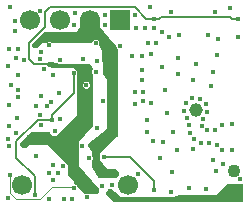
<source format=gbr>
%TF.GenerationSoftware,KiCad,Pcbnew,9.0.6-rc1*%
%TF.CreationDate,2025-12-13T16:16:27+01:00*%
%TF.ProjectId,hardware_V8,68617264-7761-4726-955f-56382e6b6963,rev?*%
%TF.SameCoordinates,Original*%
%TF.FileFunction,Copper,L4,Inr*%
%TF.FilePolarity,Positive*%
%FSLAX46Y46*%
G04 Gerber Fmt 4.6, Leading zero omitted, Abs format (unit mm)*
G04 Created by KiCad (PCBNEW 9.0.6-rc1) date 2025-12-13 16:16:27*
%MOMM*%
%LPD*%
G01*
G04 APERTURE LIST*
%TA.AperFunction,ComponentPad*%
%ADD10C,1.150000*%
%TD*%
%TA.AperFunction,ComponentPad*%
%ADD11C,1.100000*%
%TD*%
%TA.AperFunction,ComponentPad*%
%ADD12R,1.700000X1.700000*%
%TD*%
%TA.AperFunction,ComponentPad*%
%ADD13C,1.700000*%
%TD*%
%TA.AperFunction,ViaPad*%
%ADD14C,0.400000*%
%TD*%
%TA.AperFunction,Conductor*%
%ADD15C,0.200000*%
%TD*%
%TA.AperFunction,Conductor*%
%ADD16C,0.120000*%
%TD*%
G04 APERTURE END LIST*
D10*
%TO.N,Net-(IC4-RF_IN)*%
%TO.C,U3*%
X110200000Y-100600000D03*
%TD*%
D11*
%TO.N,GND*%
%TO.C,TP1*%
X113450000Y-105800000D03*
%TD*%
%TO.N,BAT+*%
%TO.C,TP2*%
X113450000Y-107450000D03*
%TD*%
D12*
%TO.N,GND*%
%TO.C,U4*%
X103810000Y-93000000D03*
D13*
%TO.N,3.3V_AUX*%
X101270000Y-93000000D03*
%TO.N,/OLED_SCL*%
X98730000Y-93000000D03*
%TO.N,/OLED_SDA*%
X96190000Y-93000000D03*
%TO.N,GND*%
X104500000Y-107000000D03*
X95500000Y-107000000D03*
%TD*%
D14*
%TO.N,GND*%
X109650000Y-101900000D03*
X110750000Y-102000000D03*
X109516343Y-101329803D03*
X109207180Y-100719615D03*
X109362568Y-100053458D03*
X109909801Y-99643034D03*
X110592820Y-99680385D03*
X111092035Y-100148034D03*
X111173857Y-100827163D03*
X110800000Y-101400000D03*
X110200000Y-96750000D03*
X111700000Y-97400000D03*
X111550000Y-98550000D03*
X110000000Y-98050000D03*
X108750000Y-97600000D03*
X108700000Y-96250000D03*
X107400000Y-97000000D03*
X107600000Y-98900000D03*
X107750000Y-100900000D03*
X108300000Y-102500000D03*
X109950000Y-103950000D03*
X108600000Y-104050000D03*
X107450000Y-103350000D03*
X106450000Y-100000000D03*
X106450000Y-95900000D03*
X112000000Y-96000000D03*
X112400000Y-104000000D03*
X112000000Y-103550000D03*
X111350000Y-103450000D03*
X110650000Y-103400000D03*
X110100000Y-103050000D03*
X109750000Y-102550000D03*
X112400000Y-101850000D03*
X111850000Y-102350000D03*
X111200000Y-102350000D03*
X112500000Y-105200000D03*
X114000000Y-106500000D03*
X94350000Y-108100000D03*
X111700000Y-104850000D03*
X111950000Y-105750000D03*
X108200000Y-105900000D03*
X101750000Y-94950000D03*
X94400000Y-103700000D03*
X94350000Y-103050000D03*
X95000000Y-102600000D03*
X101207500Y-104700000D03*
X95150000Y-95450000D03*
X94400000Y-95450000D03*
X99780000Y-108120000D03*
X105110000Y-100150000D03*
X105090000Y-99140000D03*
X106570000Y-103210000D03*
X105720000Y-99860000D03*
X105650000Y-98060000D03*
X105660000Y-97200000D03*
X103827500Y-95237500D03*
X105890000Y-93670000D03*
X105070000Y-92610000D03*
X107320000Y-94040000D03*
X106820000Y-94980000D03*
X108775000Y-94250000D03*
X111225000Y-94250000D03*
X112100000Y-94580000D03*
X113820000Y-94450000D03*
X113110000Y-91980000D03*
X111850000Y-92300000D03*
X108150000Y-92300000D03*
X106350000Y-91920000D03*
X94460000Y-91920000D03*
X97060000Y-92200000D03*
X99940000Y-93440000D03*
X99970000Y-92450000D03*
X102500000Y-93420000D03*
X102510000Y-92540000D03*
X98100000Y-106515000D03*
X98560000Y-105950000D03*
X97800000Y-105970000D03*
X103120000Y-107010000D03*
X100620000Y-103630000D03*
X94360000Y-96920000D03*
X95030000Y-96250000D03*
X94880000Y-93900000D03*
X94880000Y-93120000D03*
%TO.N,Net-(IC5-~{CHRG})*%
X94450000Y-106100000D03*
%TO.N,/GPS_TX*%
X105170000Y-93710000D03*
%TO.N,/GPS_RX*%
X106140000Y-94930000D03*
%TO.N,Net-(IC4-RXD)*%
X105630000Y-96070000D03*
%TO.N,Net-(IC4-TXD)*%
X104830000Y-96050000D03*
%TO.N,+3.3V*%
X106710000Y-107400000D03*
%TO.N,/GPIO_SUP*%
X95670000Y-96360000D03*
%TO.N,GND*%
X97390000Y-97140000D03*
%TO.N,vusb*%
X99890000Y-97480000D03*
%TO.N,+3.3V*%
X106700000Y-92900000D03*
%TO.N,Net-(J3-CC1)*%
X96700000Y-104492500D03*
%TO.N,GND*%
X98100000Y-105307500D03*
X99000000Y-105380000D03*
%TO.N,/B_PW*%
X98320000Y-102370000D03*
%TO.N,GND*%
X113327500Y-104037500D03*
X113327500Y-101837500D03*
%TO.N,3.3V_AUX*%
X103440000Y-106040000D03*
%TO.N,+3.3V*%
X102450000Y-104570000D03*
%TO.N,3.3V_AUX*%
X102160000Y-103590000D03*
X101480000Y-103600000D03*
%TO.N,Net-(U2-EN)*%
X105340000Y-106060000D03*
X102270000Y-107090000D03*
%TO.N,/SWCLK*%
X94600000Y-98500000D03*
%TO.N,/SWDIO*%
X95200000Y-97700000D03*
%TO.N,/SPI_CLK*%
X106090000Y-102450000D03*
%TO.N,/SPI_MOSI*%
X106100000Y-101450000D03*
%TO.N,/OLED_SCL*%
X97120000Y-95730000D03*
%TO.N,/OLED_SDA*%
X97050000Y-96310000D03*
%TO.N,3.3V_AUX*%
X96600000Y-95090000D03*
%TO.N,BAT+*%
X103450000Y-108160000D03*
X103000000Y-107680000D03*
%TO.N,+3.3V*%
X100310000Y-106780000D03*
X100030000Y-106050000D03*
X101750000Y-107420000D03*
%TO.N,/GPS_EXTINT*%
X105710000Y-99140000D03*
%TO.N,GND*%
X97117500Y-101870000D03*
X97117500Y-99430000D03*
X102340000Y-99892500D03*
X100960000Y-98510000D03*
%TO.N,+3.3V*%
X100620000Y-97870000D03*
X100680000Y-97290000D03*
%TO.N,/USB_DETECT*%
X100680000Y-96320000D03*
%TO.N,/GPS_EXTINT*%
X98730000Y-96370000D03*
%TO.N,vusb*%
X98010000Y-101430000D03*
%TO.N,Net-(J3-CC2)*%
X97810000Y-95150000D03*
%TO.N,Net-(U1-PH3)*%
X107950000Y-94420000D03*
%TO.N,+3.3V*%
X113825000Y-92900000D03*
%TO.N,/B1*%
X106700000Y-93715000D03*
%TO.N,/B_PW*%
X107220000Y-104720000D03*
%TO.N,GND*%
X108150000Y-107550000D03*
X111100000Y-107350000D03*
%TO.N,/ADC_BAT*%
X109660000Y-107210000D03*
%TO.N,/D+*%
X98630000Y-99170000D03*
%TO.N,/USB_DETECT*%
X96675000Y-100265000D03*
%TO.N,/ADC_BAT*%
X97980000Y-99940000D03*
%TO.N,/SPI_MOSI*%
X97590000Y-100310000D03*
%TO.N,/SPI_MISO*%
X97060000Y-101040000D03*
%TO.N,/SPI_CLK*%
X98745000Y-101415000D03*
%TO.N,/D-*%
X98090000Y-97620000D03*
%TO.N,/SPI_MISO*%
X101830000Y-96450000D03*
%TO.N,/SPI_CS*%
X101740000Y-97390000D03*
%TO.N,/AUX_EN*%
X101815000Y-102175000D03*
X101015000Y-108000000D03*
%TO.N,Net-(IC5-~{CHRG})*%
X99940000Y-107230000D03*
%TO.N,vusb*%
X96600000Y-107790000D03*
%TO.N,Net-(LEDBLUE1-A)*%
X97820000Y-108120000D03*
%TO.N,Net-(LEDGREEN1-A)*%
X99100000Y-108130000D03*
%TO.N,+3.3V*%
X95710000Y-103410000D03*
X96140000Y-102930000D03*
%TO.N,Net-(U1-PH3)*%
X95070000Y-101320000D03*
%TO.N,Net-(LEDBLUE1-A)*%
X94400000Y-102007500D03*
%TO.N,Net-(LEDGREEN1-A)*%
X94400000Y-100207500D03*
%TO.N,/GPIO_SUP*%
X95150000Y-99550000D03*
%TO.N,/B1*%
X95170000Y-98970000D03*
%TO.N,3.3V_AUX*%
X102720000Y-106040000D03*
%TD*%
D15*
%TO.N,+3.3V*%
X107270000Y-92720000D02*
X107090000Y-92900000D01*
X107090000Y-92900000D02*
X106700000Y-92900000D01*
X113090000Y-92720000D02*
X107270000Y-92720000D01*
X113270000Y-92900000D02*
X113090000Y-92720000D01*
X113725000Y-92900000D02*
X113270000Y-92900000D01*
X113775000Y-92950000D02*
X113725000Y-92900000D01*
%TO.N,vusb*%
X96850000Y-101450000D02*
X95020000Y-103280000D01*
X95020000Y-103280000D02*
X95020000Y-104670000D01*
X95020000Y-104670000D02*
X96600000Y-106250000D01*
X97700000Y-101450000D02*
X96850000Y-101450000D01*
X96600000Y-106250000D02*
X96600000Y-107790000D01*
X97720000Y-101430000D02*
X97700000Y-101450000D01*
X98010000Y-101430000D02*
X97720000Y-101430000D01*
%TO.N,+3.3V*%
X106710000Y-106610000D02*
X106710000Y-107400000D01*
X102450000Y-104570000D02*
X104670000Y-104570000D01*
X104670000Y-104570000D02*
X106710000Y-106610000D01*
%TO.N,vusb*%
X98010000Y-101030000D02*
X98010000Y-101430000D01*
X99890000Y-99150000D02*
X98010000Y-101030000D01*
X99890000Y-97480000D02*
X99890000Y-99150000D01*
%TO.N,+3.3V*%
X98310000Y-96860000D02*
X100250000Y-96860000D01*
X98180000Y-96730000D02*
X98310000Y-96860000D01*
X100250000Y-96860000D02*
X100680000Y-97290000D01*
X96530000Y-96730000D02*
X98180000Y-96730000D01*
X96110000Y-94950000D02*
X96110000Y-96310000D01*
X96110000Y-96310000D02*
X96530000Y-96730000D01*
X97880000Y-91920000D02*
X97460000Y-92340000D01*
X105040000Y-91920000D02*
X97880000Y-91920000D01*
X97460000Y-93600000D02*
X96110000Y-94950000D01*
X97460000Y-92340000D02*
X97460000Y-93600000D01*
X106020000Y-92900000D02*
X105040000Y-91920000D01*
X106700000Y-92900000D02*
X106020000Y-92900000D01*
D16*
%TO.N,Net-(IC5-~{CHRG})*%
X99890000Y-107180000D02*
X99940000Y-107230000D01*
X98010000Y-107180000D02*
X99890000Y-107180000D01*
X97030000Y-108160000D02*
X98010000Y-107180000D01*
X94970000Y-108160000D02*
X97030000Y-108160000D01*
X94450000Y-107640000D02*
X94970000Y-108160000D01*
X94450000Y-106100000D02*
X94450000Y-107640000D01*
D15*
%TO.N,+3.3V*%
X100680000Y-97810000D02*
X100620000Y-97870000D01*
X95710000Y-103410000D02*
X95710000Y-103360000D01*
%TO.N,3.3V_AUX*%
X101490000Y-103590000D02*
X101480000Y-103600000D01*
X102720000Y-106040000D02*
X102660000Y-106040000D01*
%TD*%
%TA.AperFunction,Conductor*%
%TO.N,3.3V_AUX*%
G36*
X102043039Y-92919685D02*
G01*
X102088794Y-92972489D01*
X102100000Y-93024000D01*
X102100000Y-93600001D01*
X102889528Y-94516872D01*
X103500778Y-95226710D01*
X103526589Y-95275526D01*
X103527000Y-95277059D01*
X103527000Y-95277062D01*
X103542394Y-95334511D01*
X103547480Y-95353491D01*
X103547482Y-95353495D01*
X103587035Y-95422004D01*
X103587041Y-95422012D01*
X103612775Y-95447746D01*
X103646260Y-95509069D01*
X103649091Y-95536254D01*
X103600347Y-102847846D01*
X103580216Y-102914752D01*
X103562480Y-102936225D01*
X102150000Y-104299999D01*
X102150000Y-104300000D01*
X102150000Y-104528572D01*
X102149500Y-104530438D01*
X102149500Y-104609562D01*
X102150000Y-104611427D01*
X102150000Y-104850000D01*
X102700000Y-105650000D01*
X103448638Y-105650000D01*
X103478078Y-105658644D01*
X103508065Y-105665168D01*
X103513080Y-105668922D01*
X103515677Y-105669685D01*
X103536319Y-105686319D01*
X103663681Y-105813681D01*
X103697166Y-105875004D01*
X103700000Y-105901362D01*
X103700000Y-106098638D01*
X103680315Y-106165677D01*
X103663681Y-106186319D01*
X103486319Y-106363681D01*
X103424996Y-106397166D01*
X103398638Y-106400000D01*
X102073318Y-106400000D01*
X102006279Y-106380315D01*
X101964667Y-106335758D01*
X101465349Y-105427907D01*
X101450000Y-105368149D01*
X101450000Y-104914202D01*
X101466613Y-104852202D01*
X101487521Y-104815989D01*
X101508000Y-104739562D01*
X101508000Y-104660438D01*
X101487521Y-104584011D01*
X101466613Y-104547797D01*
X101450000Y-104485797D01*
X101450000Y-104199999D01*
X101111257Y-103691886D01*
X101090449Y-103625187D01*
X101109004Y-103557826D01*
X101134204Y-103528553D01*
X102700000Y-102200000D01*
X102700000Y-98100000D01*
X102700000Y-98099999D01*
X102367548Y-97577576D01*
X102348326Y-97517357D01*
X102250000Y-95600000D01*
X102050489Y-95081272D01*
X102044797Y-95011640D01*
X102046437Y-95004723D01*
X102050500Y-94989562D01*
X102050500Y-94910438D01*
X102030021Y-94834011D01*
X102030017Y-94834004D01*
X101990464Y-94765495D01*
X101990458Y-94765487D01*
X101934512Y-94709541D01*
X101934504Y-94709535D01*
X101865995Y-94669982D01*
X101865990Y-94669979D01*
X101840513Y-94663152D01*
X101789562Y-94649500D01*
X101710438Y-94649500D01*
X101672224Y-94659739D01*
X101634009Y-94669979D01*
X101634004Y-94669982D01*
X101565495Y-94709535D01*
X101565487Y-94709541D01*
X101509541Y-94765487D01*
X101509535Y-94765495D01*
X101469982Y-94834004D01*
X101469978Y-94834013D01*
X101463525Y-94858096D01*
X101427159Y-94917755D01*
X101364312Y-94948283D01*
X101343751Y-94950000D01*
X98086333Y-94950000D01*
X98019294Y-94930315D01*
X97998652Y-94913681D01*
X97994512Y-94909541D01*
X97994504Y-94909535D01*
X97925995Y-94869982D01*
X97925990Y-94869979D01*
X97900513Y-94863152D01*
X97849562Y-94849500D01*
X97770438Y-94849500D01*
X97738358Y-94858096D01*
X97694009Y-94869979D01*
X97694004Y-94869982D01*
X97625495Y-94909535D01*
X97625487Y-94909541D01*
X97621348Y-94913681D01*
X97560025Y-94947166D01*
X97533667Y-94950000D01*
X97199999Y-94950000D01*
X96786319Y-95363681D01*
X96759391Y-95378384D01*
X96733573Y-95394977D01*
X96727372Y-95395868D01*
X96724996Y-95397166D01*
X96698638Y-95400000D01*
X96601362Y-95400000D01*
X96534323Y-95380315D01*
X96513681Y-95363681D01*
X96386319Y-95236319D01*
X96352834Y-95174996D01*
X96350000Y-95148638D01*
X96350000Y-95104693D01*
X96369685Y-95037654D01*
X96390391Y-95013121D01*
X96462628Y-94947166D01*
X97464484Y-94032428D01*
X97527264Y-94001762D01*
X97548093Y-94000000D01*
X100199999Y-94000000D01*
X100200000Y-94000000D01*
X100400000Y-93600000D01*
X100400000Y-93024000D01*
X100419685Y-92956961D01*
X100472489Y-92911206D01*
X100524000Y-92900000D01*
X101976000Y-92900000D01*
X102043039Y-92919685D01*
G37*
%TD.AperFunction*%
%TD*%
%TA.AperFunction,Conductor*%
%TO.N,BAT+*%
G36*
X114192539Y-106869685D02*
G01*
X114238294Y-106922489D01*
X114249500Y-106974000D01*
X114249500Y-108275500D01*
X114229815Y-108342539D01*
X114177011Y-108388294D01*
X114125500Y-108399500D01*
X103370332Y-108399500D01*
X103303293Y-108379815D01*
X103292147Y-108371745D01*
X102695805Y-107887216D01*
X102694650Y-107885539D01*
X102692797Y-107884693D01*
X102674930Y-107856892D01*
X102656189Y-107829666D01*
X102655776Y-107827087D01*
X102655023Y-107825915D01*
X102650000Y-107790980D01*
X102650000Y-107551362D01*
X102669685Y-107484323D01*
X102686319Y-107463681D01*
X102763681Y-107386319D01*
X102825004Y-107352834D01*
X102851362Y-107350000D01*
X103151517Y-107350000D01*
X103218556Y-107369685D01*
X103235624Y-107382884D01*
X103418142Y-107551362D01*
X103850000Y-107950000D01*
X104403870Y-107950000D01*
X104406384Y-107950500D01*
X104593616Y-107950500D01*
X104596130Y-107950000D01*
X108399998Y-107950000D01*
X108400000Y-107950000D01*
X108778947Y-107807895D01*
X108822486Y-107800000D01*
X112000000Y-107800000D01*
X112863318Y-106888720D01*
X112923714Y-106853590D01*
X112953336Y-106850000D01*
X114125500Y-106850000D01*
X114192539Y-106869685D01*
G37*
%TD.AperFunction*%
%TD*%
%TA.AperFunction,Conductor*%
%TO.N,+3.3V*%
G36*
X98261000Y-96602000D02*
G01*
X98800000Y-96700000D01*
X101142968Y-96700000D01*
X101210007Y-96719685D01*
X101237116Y-96743302D01*
X101470148Y-97015173D01*
X101480864Y-97038975D01*
X101494977Y-97060935D01*
X101496959Y-97074725D01*
X101498831Y-97078882D01*
X101500000Y-97095870D01*
X101500000Y-97171466D01*
X101483388Y-97233465D01*
X101459979Y-97274010D01*
X101459979Y-97274011D01*
X101439500Y-97350438D01*
X101439500Y-97429562D01*
X101442431Y-97440500D01*
X101459979Y-97505990D01*
X101459980Y-97505991D01*
X101483387Y-97546533D01*
X101500000Y-97608533D01*
X101500000Y-102001517D01*
X101480315Y-102068556D01*
X101467116Y-102085624D01*
X100300000Y-103349999D01*
X100300000Y-103350000D01*
X100300000Y-105350000D01*
X101950000Y-107200000D01*
X102013682Y-107263682D01*
X102028388Y-107290613D01*
X102044977Y-107316427D01*
X102045868Y-107322626D01*
X102047166Y-107325003D01*
X102050000Y-107351362D01*
X102050000Y-107498638D01*
X102030315Y-107565677D01*
X102013681Y-107586319D01*
X101936319Y-107663681D01*
X101874996Y-107697166D01*
X101848638Y-107700000D01*
X101066486Y-107700000D01*
X101058857Y-107699500D01*
X101054562Y-107699500D01*
X100975438Y-107699500D01*
X100971143Y-107699500D01*
X100963514Y-107700000D01*
X100851362Y-107700000D01*
X100784323Y-107680315D01*
X100763681Y-107663681D01*
X100239774Y-107139774D01*
X100220067Y-107114092D01*
X100220021Y-107114013D01*
X100220021Y-107114011D01*
X100180460Y-107045489D01*
X100124511Y-106989540D01*
X100124510Y-106989539D01*
X100124507Y-106989537D01*
X100055904Y-106949929D01*
X100030223Y-106930223D01*
X99936319Y-106836319D01*
X99902834Y-106774996D01*
X99900000Y-106748638D01*
X99900000Y-106600000D01*
X99899999Y-106599999D01*
X99441048Y-106186943D01*
X99404387Y-106127465D01*
X99400000Y-106094775D01*
X99400000Y-105250000D01*
X99399999Y-105249999D01*
X97650000Y-103550000D01*
X96150000Y-103550000D01*
X96149999Y-103550000D01*
X95926548Y-103773452D01*
X95910007Y-103782484D01*
X95896456Y-103795587D01*
X95866766Y-103806095D01*
X95865225Y-103806937D01*
X95863185Y-103807363D01*
X95708146Y-103838370D01*
X95638548Y-103832215D01*
X95604447Y-103812039D01*
X95415015Y-103654179D01*
X95376118Y-103596142D01*
X95374772Y-103526285D01*
X95376763Y-103519710D01*
X95433333Y-103350000D01*
X95440744Y-103327766D01*
X95470697Y-103279302D01*
X96213681Y-102536319D01*
X96275004Y-102502834D01*
X96301362Y-102500000D01*
X97791922Y-102500000D01*
X97858961Y-102519685D01*
X97887180Y-102544616D01*
X98100000Y-102800000D01*
X98450000Y-102800000D01*
X100200000Y-101050000D01*
X100200000Y-98470438D01*
X100659500Y-98470438D01*
X100659500Y-98549562D01*
X100667999Y-98581281D01*
X100679979Y-98625990D01*
X100679982Y-98625995D01*
X100719535Y-98694504D01*
X100719539Y-98694509D01*
X100719540Y-98694511D01*
X100775489Y-98750460D01*
X100775491Y-98750461D01*
X100775495Y-98750464D01*
X100836161Y-98785489D01*
X100844011Y-98790021D01*
X100920438Y-98810500D01*
X100920440Y-98810500D01*
X100999560Y-98810500D01*
X100999562Y-98810500D01*
X101075989Y-98790021D01*
X101144511Y-98750460D01*
X101200460Y-98694511D01*
X101240021Y-98625989D01*
X101260500Y-98549562D01*
X101260500Y-98470438D01*
X101240021Y-98394011D01*
X101240017Y-98394004D01*
X101200464Y-98325495D01*
X101200458Y-98325487D01*
X101144512Y-98269541D01*
X101144504Y-98269535D01*
X101075995Y-98229982D01*
X101075990Y-98229979D01*
X101050513Y-98223152D01*
X100999562Y-98209500D01*
X100920438Y-98209500D01*
X100882224Y-98219739D01*
X100844009Y-98229979D01*
X100844004Y-98229982D01*
X100775495Y-98269535D01*
X100775487Y-98269541D01*
X100719541Y-98325487D01*
X100719535Y-98325495D01*
X100679982Y-98394004D01*
X100679979Y-98394009D01*
X100666326Y-98444962D01*
X100659500Y-98470438D01*
X100200000Y-98470438D01*
X100200000Y-97300000D01*
X99950000Y-97100000D01*
X98126859Y-97100000D01*
X98075547Y-97088885D01*
X97622688Y-96883040D01*
X97609112Y-96871319D01*
X97592797Y-96863868D01*
X97583216Y-96848960D01*
X97569803Y-96837379D01*
X97564719Y-96820177D01*
X97555023Y-96805090D01*
X97550061Y-96770583D01*
X97550000Y-96770375D01*
X97550000Y-96724000D01*
X97569685Y-96656961D01*
X97622489Y-96611206D01*
X97674000Y-96600000D01*
X98238818Y-96600000D01*
X98261000Y-96602000D01*
G37*
%TD.AperFunction*%
%TD*%
M02*

</source>
